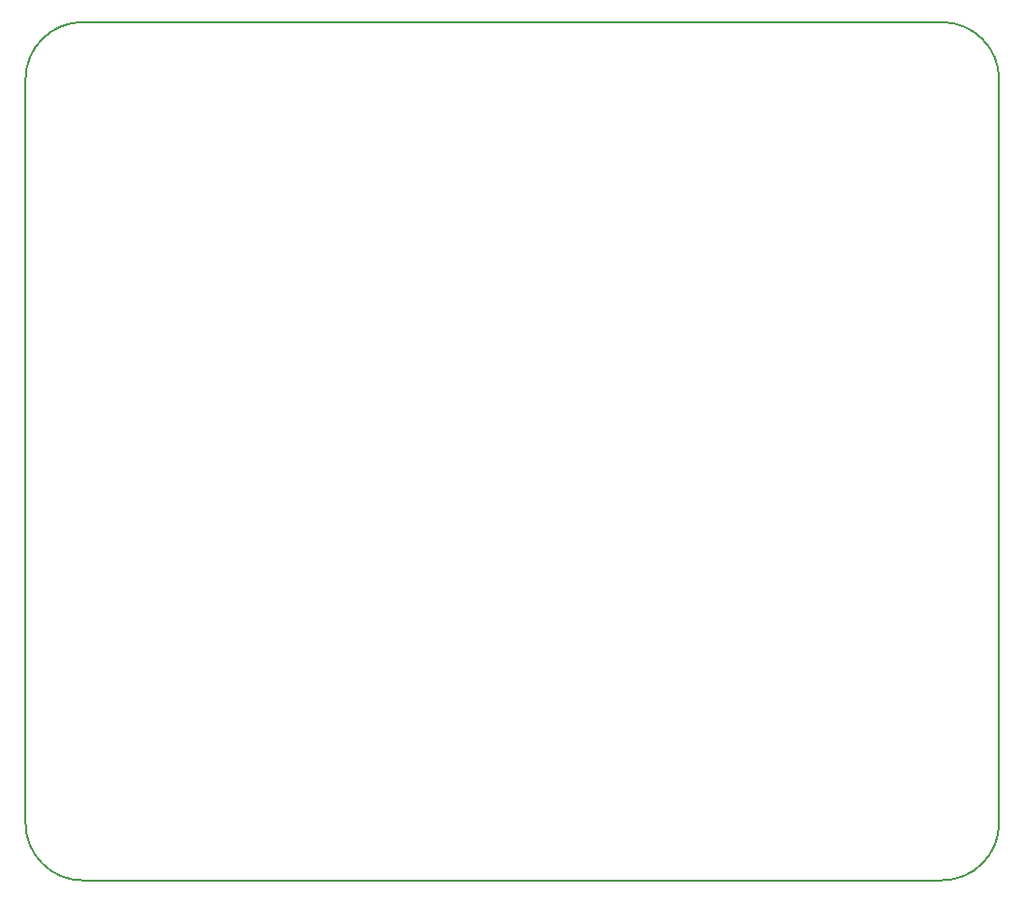
<source format=gbr>
%TF.GenerationSoftware,KiCad,Pcbnew,7.0.6*%
%TF.CreationDate,2023-10-07T14:34:09+02:00*%
%TF.ProjectId,TPA3116 amplifier,54504133-3131-4362-9061-6d706c696669,rev?*%
%TF.SameCoordinates,Original*%
%TF.FileFunction,Profile,NP*%
%FSLAX46Y46*%
G04 Gerber Fmt 4.6, Leading zero omitted, Abs format (unit mm)*
G04 Created by KiCad (PCBNEW 7.0.6) date 2023-10-07 14:34:09*
%MOMM*%
%LPD*%
G01*
G04 APERTURE LIST*
%TA.AperFunction,Profile*%
%ADD10C,0.200000*%
%TD*%
G04 APERTURE END LIST*
D10*
X100000000Y-55000000D02*
X100000000Y-120000000D01*
X105000000Y-50000000D02*
G75*
G03*
X100000000Y-55000000I0J-5000000D01*
G01*
X180000000Y-50000000D02*
X105000000Y-50000000D01*
X185000000Y-120000000D02*
X185000000Y-55000000D01*
X185000000Y-55000000D02*
G75*
G03*
X180000000Y-50000000I-5000000J0D01*
G01*
X105000000Y-125000000D02*
X180000000Y-125000000D01*
X100000000Y-120000000D02*
G75*
G03*
X105000000Y-125000000I5000000J0D01*
G01*
X180000000Y-125000000D02*
G75*
G03*
X185000000Y-120000000I0J5000000D01*
G01*
M02*

</source>
